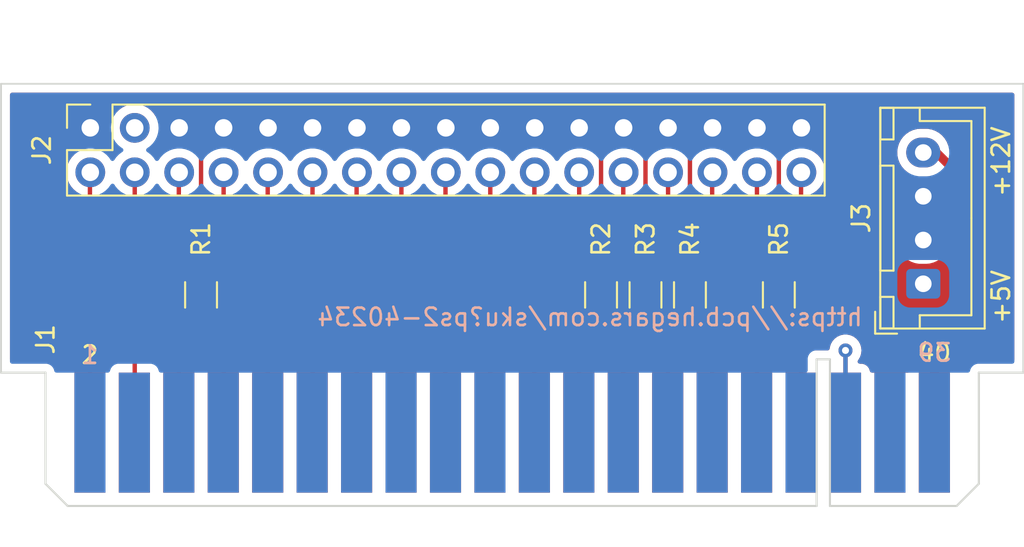
<source format=kicad_pcb>
(kicad_pcb (version 20211014) (generator pcbnew)
  (layers (0 "F.Cu" signal) (31 "B.Cu" signal) (34 "B.Paste" user) (35 "F.Paste" user) (36 "B.SilkS" user "B.Silkscreen") (37 "F.SilkS" user "F.Silkscreen") (38 "B.Mask" user) (39 "F.Mask" user) (44 "Edge.Cuts" user))
  (net 0 "")
  (net 1 "GND")
  (net 2 "+5V")
  (net 3 "+12V")
  (net 6 "XLINK")
  (net 7 "~{REDWC}")
  (net 8 "RESERVED-1")
  (net 9 "RESERVED-2")
  (net 10 "~{INDEX}")
  (net 11 "~{MOTEA}")
  (net 12 "~{DRVSB-1}")
  (net 13 "~{DRVSB-0}")
  (net 14 "~{MOTEB}")
  (net 15 "~{DIR}")
  (net 16 "~{STEP}")
  (net 17 "~{WDATA}")
  (net 18 "~{WGATE}")
  (net 19 "~{TRK00}")
  (net 20 "~{WPT}")
  (net 21 "~{RDATA}")
  (net 22 "~{SIDE1}")
  (net 23 "~{DSKGHG}")
  (footprint "Resistor_SMD:R_1206_3216Metric" (layer "F.Cu") (at 143.51 107.315 90)
    (fp_text reference "R2" (at 3.175 0 90) (layer "F.SilkS"))
    (fp_text value "R_Small")
    (fp_line (start -0.727064 0.91) (end 0.727064 0.91) (layer "F.SilkS") (width 0.12))
    (fp_line (start -0.727064 -0.91) (end 0.727064 -0.91) (layer "F.SilkS") (width 0.12))
    (pad "1" smd roundrect (at -1.4625 0 90) (size 1.125 1.75) (layers "F.Cu" "F.Paste" "F.Mask") (roundrect_rratio 0.222222) (net 19 "~{TRK00}"))
    (pad "2" smd roundrect (at 1.4625 0 90) (size 1.125 1.75) (layers "F.Cu" "F.Paste" "F.Mask") (roundrect_rratio 0.222222) (net 2 "+5V"))
  )
  (footprint "Resistor_SMD:R_1206_3216Metric" (layer "F.Cu") (at 153.67 107.315 90)
    (fp_text reference "R5" (at 3.175 0 90) (layer "F.SilkS"))
    (fp_text value "R_Small")
    (fp_line (start -0.727064 -0.91) (end 0.727064 -0.91) (layer "F.SilkS") (width 0.12))
    (fp_line (start -0.727064 0.91) (end 0.727064 0.91) (layer "F.SilkS") (width 0.12))
    (pad "1" smd roundrect (at -1.4625 0 90) (size 1.125 1.75) (layers "F.Cu" "F.Paste" "F.Mask") (roundrect_rratio 0.222222) (net 23 "~{DSKGHG}"))
    (pad "2" smd roundrect (at 1.4625 0 90) (size 1.125 1.75) (layers "F.Cu" "F.Paste" "F.Mask") (roundrect_rratio 0.222222) (net 2 "+5V"))
  )
  (footprint "Sebs-footprints:IBM_2x20_EDGE" (layer "F.Cu") (at 163.195 111.76)
    (fp_text reference "J1" (at -51.435 -1.905 90) (layer "F.SilkS"))
    (fp_text value "Conn_02x20_Odd_Even")
    (fp_text user "39" (at -0.635 -1.143 unlocked) (layer "B.SilkS") (effects (justify mirror)))
    (fp_text user "1" (at -48.895 -1.016 unlocked) (layer "B.SilkS") (effects (justify mirror)))
    (fp_text user "40" (at -0.635 -1.143 unlocked) (layer "F.SilkS"))
    (fp_text user "2" (at -48.895 -1.016 unlocked) (layer "F.SilkS"))
    (fp_line (start 0.635 7.62) (end 1.905 6.35) (layer "Edge.Cuts") (width 0.12))
    (fp_line (start -53.975 0) (end -51.435 0) (layer "Edge.Cuts") (width 0.12))
    (fp_line (start -7.366 7.62) (end -7.366 -0.762) (layer "Edge.Cuts") (width 0.12))
    (fp_line (start 1.905 6.35) (end 1.905 0) (layer "Edge.Cuts") (width 0.12))
    (fp_line (start 1.905 0) (end 4.445 0) (layer "Edge.Cuts") (width 0.12))
    (fp_line (start -6.604 -0.762) (end -6.604 7.62) (layer "Edge.Cuts") (width 0.12))
    (fp_line (start -50.165 7.62) (end -7.366 7.62) (layer "Edge.Cuts") (width 0.12))
    (fp_line (start -6.604 7.62) (end 0.635 7.62) (layer "Edge.Cuts") (width 0.12))
    (fp_line (start -51.435 6.35) (end -50.165 7.62) (layer "Edge.Cuts") (width 0.12))
    (fp_line (start -51.435 0) (end -51.435 6.35) (layer "Edge.Cuts") (width 0.12))
    (fp_line (start -7.366 -0.762) (end -6.604 -0.762) (layer "Edge.Cuts") (width 0.12))
    (pad "1" connect rect (at -48.895 3.429) (size 1.778 6.858) (layers "B.Cu" "B.Mask") (net 1 "GND"))
    (pad "2" connect rect (at -48.895 3.429) (size 1.778 6.858) (layers "F.Cu" "F.Mask") (net 7 "~{REDWC}"))
    (pad "3" connect rect (at -46.355 3.429) (size 1.778 6.858) (layers "B.Cu" "B.Mask"))
    (pad "4" connect rect (at -46.355 3.429) (size 1.778 6.858) (layers "F.Cu" "F.Mask") (net 8 "RESERVED-1"))
    (pad "5" connect rect (at -43.815 3.429) (size 1.778 6.858) (layers "B.Cu" "B.Mask") (net 1 "GND"))
    (pad "6" connect rect (at -43.815 3.429) (size 1.778 6.858) (layers "F.Cu" "F.Mask") (net 9 "RESERVED-2"))
    (pad "7" connect rect (at -41.275 3.429) (size 1.778 6.858) (layers "B.Cu" "B.Mask") (net 1 "GND"))
    (pad "8" connect rect (at -41.275 3.429) (size 1.778 6.858) (layers "F.Cu" "F.Mask") (net 10 "~{INDEX}"))
    (pad "9" connect rect (at -38.735 3.429) (size 1.778 6.858) (layers "B.Cu" "B.Mask") (net 1 "GND"))
    (pad "10" connect rect (at -38.735 3.429) (size 1.778 6.858) (layers "F.Cu" "F.Mask") (net 11 "~{MOTEA}"))
    (pad "11" connect rect (at -36.195 3.429) (size 1.778 6.858) (layers "B.Cu" "B.Mask") (net 1 "GND"))
    (pad "12" connect rect (at -36.195 3.429) (size 1.778 6.858) (layers "F.Cu" "F.Mask") (net 12 "~{DRVSB-1}"))
    (pad "13" connect rect (at -33.655 3.429) (size 1.778 6.858) (layers "B.Cu" "B.Mask") (net 1 "GND"))
    (pad "14" connect rect (at -33.655 3.429) (size 1.778 6.858) (layers "F.Cu" "F.Mask") (net 13 "~{DRVSB-0}"))
    (pad "15" connect rect (at -31.115 3.429) (size 1.778 6.858) (layers "B.Cu" "B.Mask") (net 1 "GND"))
    (pad "16" connect rect (at -31.115 3.429) (size 1.778 6.858) (layers "F.Cu" "F.Mask") (net 14 "~{MOTEB}"))
    (pad "17" connect rect (at -28.575 3.429) (size 1.778 6.858) (layers "B.Cu" "B.Mask") (net 1 "GND"))
    (pad "18" connect rect (at -28.575 3.429) (size 1.778 6.858) (layers "F.Cu" "F.Mask") (net 15 "~{DIR}"))
    (pad "19" connect rect (at -26.035 3.429) (size 1.778 6.858) (layers "B.Cu" "B.Mask") (net 1 "GND"))
    (pad "20" connect rect (at -26.035 3.429) (size 1.778 6.858) (layers "F.Cu" "F.Mask") (net 16 "~{STEP}"))
    (pad "21" connect rect (at -23.495 3.429) (size 1.778 6.858) (layers "B.Cu" "B.Mask") (net 1 "GND"))
    (pad "22" connect rect (at -23.495 3.429) (size 1.778 6.858) (layers "F.Cu" "F.Mask") (net 17 "~{WDATA}"))
    (pad "23" connect rect (at -20.955 3.429) (size 1.778 6.858) (layers "B.Cu" "B.Mask") (net 1 "GND"))
    (pad "24" connect rect (at -20.955 3.429) (size 1.778 6.858) (layers "F.Cu" "F.Mask") (net 18 "~{WGATE}"))
    (pad "25" connect rect (at -18.415 3.429) (size 1.778 6.858) (layers "B.Cu" "B.Mask") (net 1 "GND"))
    (pad "26" connect rect (at -18.415 3.429) (size 1.778 6.858) (layers "F.Cu" "F.Mask") (net 19 "~{TRK00}"))
    (pad "27" connect rect (at -15.875 3.429) (size 1.778 6.858) (layers "B.Cu" "B.Mask") (net 1 "GND"))
    (pad "28" connect rect (at -15.875 3.429) (size 1.778 6.858) (layers "F.Cu" "F.Mask") (net 20 "~{WPT}"))
    (pad "29" connect rect (at -13.335 3.429) (size 1.778 6.858) (layers "B.Cu" "B.Mask") (net 1 "GND"))
    (pad "30" connect rect (at -13.335 3.429) (size 1.778 6.858) (layers "F.Cu" "F.Mask") (net 21 "~{RDATA}"))
    (pad "31" connect rect (at -10.795 3.429) (size 1.778 6.858) (layers "B.Cu" "B.Mask") (net 1 "GND"))
    (pad "32" connect rect (at -10.795 3.429) (size 1.778 6.858) (layers "F.Cu" "F.Mask") (net 22 "~{SIDE1}"))
    (pad "33" connect rect (at -8.255 3.429) (size 1.778 6.858) (layers "B.Cu" "B.Mask") (net 1 "GND"))
    (pad "34" connect rect (at -8.255 3.429) (size 1.778 6.858) (layers "F.Cu" "F.Mask") (net 23 "~{DSKGHG}"))
    (pad "35" connect rect (at -5.715 3.429) (size 1.778 6.858) (layers "B.Cu" "B.Mask") (net 6 "XLINK"))
    (pad "36" connect rect (at -5.715 3.429) (size 1.778 6.858) (layers "F.Cu" "F.Mask") (net 6 "XLINK"))
    (pad "37" connect rect (at -3.175 3.429) (size 1.778 6.858) (layers "B.Cu" "B.Mask") (net 1 "GND"))
    (pad "38" connect rect (at -3.175 3.429) (size 1.778 6.858) (layers "F.Cu" "F.Mask") (net 2 "+5V"))
    (pad "39" connect rect (at -0.635 3.429) (size 1.778 6.858) (layers "B.Cu" "B.Mask") (net 1 "GND"))
    (pad "40" connect rect (at -0.635 3.429) (size 1.778 6.858) (layers "F.Cu" "F.Mask") (net 3 "+12V"))
  )
  (footprint "Connector_PinSocket_2.54mm:PinSocket_2x17_P2.54mm_Vertical" (layer "F.Cu") (at 114.32 97.77 90)
    (fp_text reference "J2" (at -1.27 -2.77 90) (layer "F.SilkS"))
    (fp_text value "Conn_02x14_Odd_Even")
    (fp_line (start 0 -1.33) (end 1.33 -1.33) (layer "F.SilkS") (width 0.12))
    (fp_line (start -1.27 -1.33) (end -1.27 1.27) (layer "F.SilkS") (width 0.12))
    (fp_line (start 1.33 1.27) (end 1.33 41.97) (layer "F.SilkS") (width 0.12))
    (fp_line (start -1.27 1.27) (end 1.33 1.27) (layer "F.SilkS") (width 0.12))
    (fp_line (start -3.87 41.97) (end 1.33 41.97) (layer "F.SilkS") (width 0.12))
    (fp_line (start -3.87 -1.33) (end -1.27 -1.33) (layer "F.SilkS") (width 0.12))
    (fp_line (start 1.33 -1.33) (end 1.33 0) (layer "F.SilkS") (width 0.12))
    (fp_line (start -3.87 -1.33) (end -3.87 41.97) (layer "F.SilkS") (width 0.12))
    (pad "1" thru_hole rect (at 0 0 90) (size 1.7 1.7) (drill 1) (layers *.Cu *.Mask) (net 1 "GND"))
    (pad "2" thru_hole oval (at -2.54 0 90) (size 1.7 1.7) (drill 1) (layers *.Cu *.Mask) (net 7 "~{REDWC}"))
    (pad "3" thru_hole oval (at 0 2.54 90) (size 1.7 1.7) (drill 1) (layers *.Cu *.Mask))
    (pad "4" thru_hole oval (at -2.54 2.54 90) (size 1.7 1.7) (drill 1) (layers *.Cu *.Mask) (net 8 "RESERVED-1"))
    (pad "5" thru_hole oval (at 0 5.08 90) (size 1.7 1.7) (drill 1) (layers *.Cu *.Mask) (net 1 "GND"))
    (pad "6" thru_hole oval (at -2.54 5.08 90) (size 1.7 1.7) (drill 1) (layers *.Cu *.Mask) (net 9 "RESERVED-2"))
    (pad "7" thru_hole oval (at 0 7.62 90) (size 1.7 1.7) (drill 1) (layers *.Cu *.Mask) (net 1 "GND"))
    (pad "8" thru_hole oval (at -2.54 7.62 90) (size 1.7 1.7) (drill 1) (layers *.Cu *.Mask) (net 10 "~{INDEX}"))
    (pad "9" thru_hole oval (at 0 10.16 90) (size 1.7 1.7) (drill 1) (layers *.Cu *.Mask) (net 1 "GND"))
    (pad "10" thru_hole oval (at -2.54 10.16 90) (size 1.7 1.7) (drill 1) (layers *.Cu *.Mask) (net 11 "~{MOTEA}"))
    (pad "11" thru_hole oval (at 0 12.7 90) (size 1.7 1.7) (drill 1) (layers *.Cu *.Mask) (net 1 "GND"))
    (pad "12" thru_hole oval (at -2.54 12.7 90) (size 1.7 1.7) (drill 1) (layers *.Cu *.Mask) (net 12 "~{DRVSB-1}"))
    (pad "13" thru_hole oval (at 0 15.24 90) (size 1.7 1.7) (drill 1) (layers *.Cu *.Mask) (net 1 "GND"))
    (pad "14" thru_hole oval (at -2.54 15.24 90) (size 1.7 1.7) (drill 1) (layers *.Cu *.Mask) (net 13 "~{DRVSB-0}"))
    (pad "15" thru_hole oval (at 0 17.78 90) (size 1.7 1.7) (drill 1) (layers *.Cu *.Mask) (net 1 "GND"))
    (pad "16" thru_hole oval (at -2.54 17.78 90) (size 1.7 1.7) (drill 1) (layers *.Cu *.Mask) (net 14 "~{MOTEB}"))
    (pad "17" thru_hole oval (at 0 20.32 90) (size 1.7 1.7) (drill 1) (layers *.Cu *.Mask) (net 1 "GND"))
    (pad "18" thru_hole oval (at -2.54 20.32 90) (size 1.7 1.7) (drill 1) (layers *.Cu *.Mask) (net 15 "~{DIR}"))
    (pad "19" thru_hole oval (at 0 22.86 90) (size 1.7 1.7) (drill 1) (layers *.Cu *.Mask) (net 1 "GND"))
    (pad "20" thru_hole oval (at -2.54 22.86 90) (size 1.7 1.7) (drill 1) (layers *.Cu *.Mask) (net 16 "~{STEP}"))
    (pad "21" thru_hole oval (at 0 25.4 90) (size 1.7 1.7) (drill 1) (layers *.Cu *.Mask) (net 1 "GND"))
    (pad "22" thru_hole oval (at -2.54 25.4 90) (size 1.7 1.7) (drill 1) (layers *.Cu *.Mask) (net 17 "~{WDATA}"))
    (pad "23" thru_hole oval (at 0 27.94 90) (size 1.7 1.7) (drill 1) (layers *.Cu *.Mask) (net 1 "GND"))
    (pad "24" thru_hole oval (at -2.54 27.94 90) (size 1.7 1.7) (drill 1) (layers *.Cu *.Mask) (net 18 "~{WGATE}"))
    (pad "25" thru_hole oval (at 0 30.48 90) (size 1.7 1.7) (drill 1) (layers *.Cu *.Mask) (net 1 "GND"))
    (pad "26" thru_hole oval (at -2.54 30.48 90) (size 1.7 1.7) (drill 1) (layers *.Cu *.Mask) (net 19 "~{TRK00}"))
    (pad "27" thru_hole oval (at 0 33.02 90) (size 1.7 1.7) (drill 1) (layers *.Cu *.Mask) (net 1 "GND"))
    (pad "28" thru_hole oval (at -2.54 33.02 90) (size 1.7 1.7) (drill 1) (layers *.Cu *.Mask) (net 20 "~{WPT}"))
    (pad "29" thru_hole oval (at 0 35.56 90) (size 1.7 1.7) (drill 1) (layers *.Cu *.Mask) (net 1 "GND"))
    (pad "30" thru_hole oval (at -2.54 35.56 90) (size 1.7 1.7) (drill 1) (layers *.Cu *.Mask) (net 21 "~{RDATA}"))
    (pad "31" thru_hole oval (at 0 38.1 90) (size 1.7 1.7) (drill 1) (layers *.Cu *.Mask) (net 1 "GND"))
    (pad "32" thru_hole oval (at -2.54 38.1 90) (size 1.7 1.7) (drill 1) (layers *.Cu *.Mask) (net 22 "~{SIDE1}"))
    (pad "33" thru_hole oval (at 0 40.64 90) (size 1.7 1.7) (drill 1) (layers *.Cu *.Mask) (net 1 "GND"))
    (pad "34" thru_hole oval (at -2.54 40.64 90) (size 1.7 1.7) (drill 1) (layers *.Cu *.Mask) (net 23 "~{DSKGHG}"))
  )
  (footprint "Resistor_SMD:R_1206_3216Metric" (layer "F.Cu") (at 148.59 107.315 90)
    (fp_text reference "R4" (at 3.175 0 90) (layer "F.SilkS"))
    (fp_text value "R_Small")
    (fp_line (start -0.727064 -0.91) (end 0.727064 -0.91) (layer "F.SilkS") (width 0.12))
    (fp_line (start -0.727064 0.91) (end 0.727064 0.91) (layer "F.SilkS") (width 0.12))
    (pad "1" smd roundrect (at -1.4625 0 90) (size 1.125 1.75) (layers "F.Cu" "F.Paste" "F.Mask") (roundrect_rratio 0.222222) (net 21 "~{RDATA}"))
    (pad "2" smd roundrect (at 1.4625 0 90) (size 1.125 1.75) (layers "F.Cu" "F.Paste" "F.Mask") (roundrect_rratio 0.222222) (net 2 "+5V"))
  )
  (footprint "Resistor_SMD:R_1206_3216Metric" (layer "F.Cu") (at 146.05 107.315 90)
    (fp_text reference "R3" (at 3.175 0 90) (layer "F.SilkS"))
    (fp_text value "R_Small")
    (fp_line (start -0.727064 0.91) (end 0.727064 0.91) (layer "F.SilkS") (width 0.12))
    (fp_line (start -0.727064 -0.91) (end 0.727064 -0.91) (layer "F.SilkS") (width 0.12))
    (pad "1" smd roundrect (at -1.4625 0 90) (size 1.125 1.75) (layers "F.Cu" "F.Paste" "F.Mask") (roundrect_rratio 0.222222) (net 20 "~{WPT}"))
    (pad "2" smd roundrect (at 1.4625 0 90) (size 1.125 1.75) (layers "F.Cu" "F.Paste" "F.Mask") (roundrect_rratio 0.222222) (net 2 "+5V"))
  )
  (footprint "Connector_JST:JST_XH_B4B-XH-A_1x04_P2.50mm_Vertical" (layer "F.Cu") (at 161.925 106.68 90)
    (fp_text reference "J3" (at 3.75 -3.55 90) (layer "F.SilkS"))
    (fp_text value "Conn_01x04")
    (fp_line (start 10.06 -2.46) (end -2.56 -2.46) (layer "F.SilkS") (width 0.12))
    (fp_line (start 6.75 -1.7) (end 6.75 -2.45) (layer "F.SilkS") (width 0.12))
    (fp_line (start 10.06 3.51) (end 10.06 -2.46) (layer "F.SilkS") (width 0.12))
    (fp_line (start -2.55 -1.7) (end -0.75 -1.7) (layer "F.SilkS") (width 0.12))
    (fp_line (start -2.85 -2.75) (end -2.85 -1.5) (layer "F.SilkS") (width 0.12))
    (fp_line (start -1.8 2.75) (end 3.75 2.75) (layer "F.SilkS") (width 0.12))
    (fp_line (start -2.55 -2.45) (end -2.55 -1.7) (layer "F.SilkS") (width 0.12))
    (fp_line (start 10.05 -0.2) (end 9.3 -0.2) (layer "F.SilkS") (width 0.12))
    (fp_line (start -0.75 -1.7) (end -0.75 -2.45) (layer "F.SilkS") (width 0.12))
    (fp_line (start -1.6 -2.75) (end -2.85 -2.75) (layer "F.SilkS") (width 0.12))
    (fp_line (start 9.3 -0.2) (end 9.3 2.75) (layer "F.SilkS") (width 0.12))
    (fp_line (start 0.75 -2.45) (end 0.75 -1.7) (layer "F.SilkS") (width 0.12))
    (fp_line (start 6.75 -2.45) (end 0.75 -2.45) (layer "F.SilkS") (width 0.12))
    (fp_line (start 10.05 -2.45) (end 8.25 -2.45) (layer "F.SilkS") (width 0.12))
    (fp_line (start 10.05 -1.7) (end 10.05 -2.45) (layer "F.SilkS") (width 0.12))
    (fp_line (start -1.8 -0.2) (end -1.8 2.75) (layer "F.SilkS") (width 0.12))
    (fp_line (start -2.56 -2.46) (end -2.56 3.51) (layer "F.SilkS") (width 0.12))
    (fp_line (start -0.75 -2.45) (end -2.55 -2.45) (layer "F.SilkS") (width 0.12))
    (fp_line (start 9.3 2.75) (end 3.75 2.75) (layer "F.SilkS") (width 0.12))
    (fp_line (start -2.55 -0.2) (end -1.8 -0.2) (layer "F.SilkS") (width 0.12))
    (fp_line (start 8.25 -2.45) (end 8.25 -1.7) (layer "F.SilkS") (width 0.12))
    (fp_line (start 0.75 -1.7) (end 6.75 -1.7) (layer "F.SilkS") (width 0.12))
    (fp_line (start -2.56 3.51) (end 10.06 3.51) (layer "F.SilkS") (width 0.12))
    (fp_line (start 8.25 -1.7) (end 10.05 -1.7) (layer "F.SilkS") (width 0.12))
    (pad "1" thru_hole roundrect (at 0 0 90) (size 1.7 1.95) (drill 0.95) (layers *.Cu *.Mask) (roundrect_rratio 0.147059) (net 2 "+5V"))
    (pad "2" thru_hole oval (at 2.5 0 90) (size 1.7 1.95) (drill 0.95) (layers *.Cu *.Mask) (net 1 "GND"))
    (pad "3" thru_hole oval (at 5 0 90) (size 1.7 1.95) (drill 0.95) (layers *.Cu *.Mask) (net 1 "GND"))
    (pad "4" thru_hole oval (at 7.5 0 90) (size 1.7 1.95) (drill 0.95) (layers *.Cu *.Mask) (net 3 "+12V"))
  )
  (footprint "Resistor_SMD:R_1206_3216Metric" (layer "F.Cu") (at 120.65 107.315 90)
    (fp_text reference "R1" (at 3.175 0 270) (layer "F.SilkS"))
    (fp_text value "R_Small")
    (fp_line (start -0.727064 -0.91) (end 0.727064 -0.91) (layer "F.SilkS") (width 0.12))
    (fp_line (start -0.727064 0.91) (end 0.727064 0.91) (layer "F.SilkS") (width 0.12))
    (pad "1" smd roundrect (at -1.4625 0 90) (size 1.125 1.75) (layers "F.Cu" "F.Paste" "F.Mask") (roundrect_rratio 0.222222) (net 10 "~{INDEX}"))
    (pad "2" smd roundrect (at 1.4625 0 90) (size 1.125 1.75) (layers "F.Cu" "F.Paste" "F.Mask") (roundrect_rratio 0.222222) (net 2 "+5V"))
  )
  (gr_line (start 167.64 95.25) (end 167.64 111.76) (layer "Edge.Cuts") (width 0.1))
  (gr_line (start 109.22 95.25) (end 167.64 95.25) (layer "Edge.Cuts") (width 0.1))
  (gr_line (start 109.22 111.76) (end 109.22 95.25) (layer "Edge.Cuts") (width 0.1))
  (gr_text "https://pcb.hegars.com/sku?ps2-40234" (at 142.875 108.585) (layer "B.SilkS") (effects (font (size 1 1)) (justify mirror)))
  (gr_text "+5V" (at 166.37 107.43 90) (layer "F.SilkS") (effects (font (size 1 1))))
  (gr_text "+12V" (at 166.37 99.695 90) (layer "F.SilkS") (effects (font (size 1 1))))
  (segment (start 146.05 105.8525) (end 146.05 96.52) (width 0.25) (layer "F.Cu") (net 2))
  (segment (start 153.67 105.8525) (end 153.67 96.52) (width 0.25) (layer "F.Cu") (net 2))
  (segment (start 143.51 105.8525) (end 143.51 96.52) (width 0.25) (layer "F.Cu") (net 2))
  (segment (start 148.59 105.8525) (end 148.59 96.52) (width 0.25) (layer "F.Cu") (net 2))
  (segment (start 120.65 105.66) (end 120.65 96.52) (width 0.25) (layer "F.Cu") (net 2))
  (segment (start 162.68 99.18) (end 164.465 100.965) (width 0.5) (layer "F.Cu") (net 3))
  (segment (start 164.465 109.22) (end 162.56 111.125) (width 0.5) (layer "F.Cu") (net 3))
  (segment (start 162.56 111.125) (end 162.56 115.189) (width 0.5) (layer "F.Cu") (net 3))
  (segment (start 164.465 100.965) (end 164.465 109.22) (width 0.5) (layer "F.Cu") (net 3))
  (segment (start 161.925 99.18) (end 162.68 99.18) (width 0.25) (layer "F.Cu") (net 3))
  (segment (start 157.48 110.49) (end 157.48 115.189) (width 0.25) (layer "F.Cu") (net 6))
  (via (at 157.48 110.49) (size 0.8) (drill 0.4) (layers "F.Cu" "B.Cu") (net 6))
  (segment (start 157.48 110.49) (end 157.48 115.189) (width 0.25) (layer "B.Cu") (net 6))
  (segment (start 114.3 115.189) (end 114.3 100.33) (width 0.25) (layer "F.Cu") (net 7))
  (segment (start 114.3 100.33) (end 114.32 100.31) (width 0.25) (layer "F.Cu") (net 7))
  (segment (start 116.86 100.31) (end 116.86 115.169) (width 0.25) (layer "F.Cu") (net 8))
  (segment (start 116.86 115.169) (end 116.84 115.189) (width 0.25) (layer "F.Cu") (net 8))
  (segment (start 119.38 115.189) (end 119.38 100.33) (width 0.25) (layer "F.Cu") (net 9))
  (segment (start 119.38 100.33) (end 119.4 100.31) (width 0.25) (layer "F.Cu") (net 9))
  (segment (start 121.92 106.045) (end 121.94 106.025) (width 0.25) (layer "F.Cu") (net 10))
  (segment (start 121.92 108.585) (end 121.94 108.565) (width 0.25) (layer "F.Cu") (net 10))
  (segment (start 120.65 108.7775) (end 121.7675 108.7775) (width 0.25) (layer "F.Cu") (net 10))
  (segment (start 121.94 100.31) (end 121.94 106.025) (width 0.25) (layer "F.Cu") (net 10))
  (segment (start 121.94 115.169) (end 121.92 115.189) (width 0.25) (layer "F.Cu") (net 10))
  (segment (start 121.7675 108.7775) (end 121.94 108.605) (width 0.25) (layer "F.Cu") (net 10))
  (segment (start 121.94 108.605) (end 121.94 115.169) (width 0.25) (layer "F.Cu") (net 10))
  (segment (start 121.94 108.565) (end 121.94 108.605) (width 0.25) (layer "F.Cu") (net 10))
  (segment (start 121.94 106.025) (end 121.94 108.565) (width 0.25) (layer "F.Cu") (net 10))
  (segment (start 124.46 100.33) (end 124.48 100.31) (width 0.25) (layer "F.Cu") (net 11))
  (segment (start 124.46 115.189) (end 124.46 100.33) (width 0.25) (layer "F.Cu") (net 11))
  (segment (start 127.02 100.31) (end 127.02 115.169) (width 0.25) (layer "F.Cu") (net 12))
  (segment (start 127.02 115.169) (end 127 115.189) (width 0.25) (layer "F.Cu") (net 12))
  (segment (start 129.54 100.33) (end 129.56 100.31) (width 0.25) (layer "F.Cu") (net 13))
  (segment (start 129.54 115.189) (end 129.54 100.33) (width 0.25) (layer "F.Cu") (net 13))
  (segment (start 132.1 115.169) (end 132.08 115.189) (width 0.25) (layer "F.Cu") (net 14))
  (segment (start 132.1 100.31) (end 132.1 115.169) (width 0.25) (layer "F.Cu") (net 14))
  (segment (start 134.62 115.189) (end 134.62 100.33) (width 0.25) (layer "F.Cu") (net 15))
  (segment (start 134.62 100.33) (end 134.64 100.31) (width 0.25) (layer "F.Cu") (net 15))
  (segment (start 137.18 100.31) (end 137.18 115.169) (width 0.25) (layer "F.Cu") (net 16))
  (segment (start 137.18 115.169) (end 137.16 115.189) (width 0.25) (layer "F.Cu") (net 16))
  (segment (start 139.7 115.189) (end 139.7 100.33) (width 0.25) (layer "F.Cu") (net 17))
  (segment (start 139.7 100.33) (end 139.72 100.31) (width 0.25) (layer "F.Cu") (net 17))
  (segment (start 142.26 100.31) (end 142.26 115.169) (width 0.25) (layer "F.Cu") (net 18))
  (segment (start 142.26 115.169) (end 142.24 115.189) (width 0.25) (layer "F.Cu") (net 18))
  (segment (start 144.634401 108.7775) (end 144.78 108.923099) (width 0.25) (layer "F.Cu") (net 19))
  (segment (start 143.51 108.7775) (end 144.634401 108.7775) (width 0.25) (layer "F.Cu") (net 19))
  (segment (start 144.78 100.33) (end 144.8 100.31) (width 0.25) (layer "F.Cu") (net 19))
  (segment (start 144.78 115.189) (end 144.78 108.923099) (width 0.25) (layer "F.Cu") (net 19))
  (segment (start 144.78 106.045) (end 144.78 100.33) (width 0.25) (layer "F.Cu") (net 19))
  (segment (start 144.78 108.923099) (end 144.78 106.045) (width 0.25) (layer "F.Cu") (net 19))
  (segment (start 147.328455 108.97) (end 147.34 108.958455) (width 0.25) (layer "F.Cu") (net 20))
  (segment (start 147.34 108.958455) (end 147.34 115.169) (width 0.25) (layer "F.Cu") (net 20))
  (segment (start 147.34 115.169) (end 147.32 115.189) (width 0.25) (layer "F.Cu") (net 20))
  (segment (start 147.34 106.025) (end 147.34 108.958455) (width 0.25) (layer "F.Cu") (net 20))
  (segment (start 146.05 108.7775) (end 147.159045 108.7775) (width 0.25) (layer "F.Cu") (net 20))
  (segment (start 147.32 106.045) (end 147.34 106.025) (width 0.25) (layer "F.Cu") (net 20))
  (segment (start 147.159045 108.7775) (end 147.34 108.958455) (width 0.25) (layer "F.Cu") (net 20))
  (segment (start 147.34 100.31) (end 147.34 106.025) (width 0.25) (layer "F.Cu") (net 20))
  (segment (start 149.86 115.189) (end 149.86 108.89957) (width 0.25) (layer "F.Cu") (net 21))
  (segment (start 149.86 100.33) (end 149.88 100.31) (width 0.25) (layer "F.Cu") (net 21))
  (segment (start 149.86 108.89957) (end 149.86 106.045) (width 0.25) (layer "F.Cu") (net 21))
  (segment (start 149.73793 108.7775) (end 149.86 108.89957) (width 0.25) (layer "F.Cu") (net 21))
  (segment (start 148.59 108.7775) (end 149.73793 108.7775) (width 0.25) (layer "F.Cu") (net 21))
  (segment (start 149.86 106.045) (end 149.86 100.33) (width 0.25) (layer "F.Cu") (net 21))
  (segment (start 152.42 115.169) (end 152.4 115.189) (width 0.25) (layer "F.Cu") (net 22))
  (segment (start 152.42 100.31) (end 152.42 115.169) (width 0.25) (layer "F.Cu") (net 22))
  (segment (start 154.94 108.831294) (end 154.94 106.045) (width 0.25) (layer "F.Cu") (net 23))
  (segment (start 154.886206 108.7775) (end 154.94 108.831294) (width 0.25) (layer "F.Cu") (net 23))
  (segment (start 154.94 115.189) (end 154.94 108.831294) (width 0.25) (layer "F.Cu") (net 23))
  (segment (start 154.94 100.33) (end 154.96 100.31) (width 0.25) (layer "F.Cu") (net 23))
  (segment (start 154.94 106.045) (end 154.94 100.33) (width 0.25) (layer "F.Cu") (net 23))
  (segment (start 153.67 108.7775) (end 154.886206 108.7775) (width 0.25) (layer "F.Cu") (net 23))
  (zone (net 2) (net_name "+5V") (layer "F.Cu") (connect_pads yes (clearance 0.508)) (min_thickness 0.254) (fill yes (thermal_gap 0.508) (thermal_bridge_width 0.508) (smoothing chamfer))
    (polygon (pts (xy 109.22 111.125) (xy 113.665 111.125) (xy 113.665 111.76) (xy 118.11 111.76) (xy 118.11 97.79) (xy 155.575 97.79) (xy 155.575 111.76) (xy 163.83 111.76) (xy 163.83 111.125) (xy 167.64 111.125) (xy 167.64 95.25) (xy 109.22 95.25)))
  )
  (zone (net 1) (net_name "GND") (layer "B.Cu") (connect_pads yes (clearance 0.508)) (min_thickness 0.254) (fill yes (thermal_gap 0.508) (thermal_bridge_width 0.508))
    (polygon (pts (xy 167.64 111.76) (xy 109.22 111.76) (xy 109.22 95.25) (xy 167.64 95.25)))
  )
)
</source>
